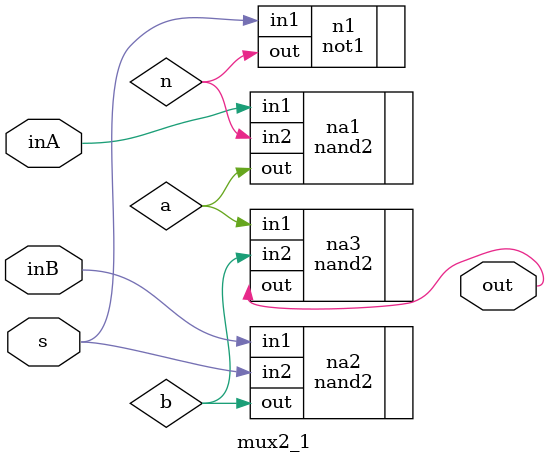
<source format=v>
/*
    CS/ECE 552 Spring '22
    Homework #1, Problem 1

    2-1 mux template
*/
module mux2_1(out, inA, inB, s);
    output  out;
    input   inA, inB;
    input   s;

    // YOUR CODE HERE
    wire a, b, n;
    not1 n1(.out(n), .in1(s));
    nand2 na1(.out(a), .in1(inA), .in2(n));
    nand2 na2(.out(b), .in1(inB), .in2(s));
    nand2 na3(.out(out), .in1(a), .in2(b));
    
endmodule

</source>
